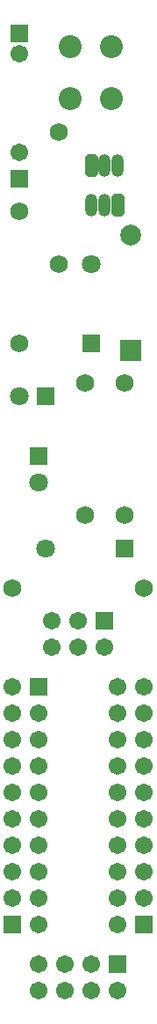
<source format=gbr>
G04 DipTrace 2.4.0.1*
%INBottomMask.gbr*%
%MOIN*%
%ADD18R,0.0709X0.0709*%
%ADD36C,0.068*%
%ADD38C,0.068*%
%ADD40O,0.0474X0.0867*%
%ADD42C,0.087*%
%ADD43C,0.071*%
%ADD44C,0.0789*%
%ADD46R,0.0789X0.0789*%
%ADD49C,0.0671*%
%ADD51R,0.0671X0.0671*%
%FSLAX44Y44*%
G04*
G70*
G90*
G75*
G01*
%LNBotMask*%
%LPD*%
D51*
X7290Y43426D3*
D49*
Y42639D3*
D43*
X10040Y34676D3*
D18*
Y31676D3*
D43*
X8290Y23926D3*
D18*
X11290D3*
D43*
X8040Y26426D3*
D18*
Y27426D3*
X8290Y29676D3*
D43*
X7290D3*
D46*
X11540Y31426D3*
D44*
Y35777D3*
D51*
X7290Y37926D3*
D49*
Y38926D3*
D51*
X10540Y21176D3*
D49*
Y20176D3*
X9540Y21176D3*
Y20176D3*
X8540Y21176D3*
Y20176D3*
D51*
X7040Y9676D3*
D49*
Y10676D3*
Y11676D3*
Y12676D3*
Y13676D3*
Y14676D3*
Y15676D3*
Y16676D3*
Y17676D3*
Y18676D3*
D51*
X12040Y9676D3*
D49*
Y10676D3*
Y11676D3*
Y12676D3*
Y13676D3*
Y14676D3*
Y15676D3*
Y16676D3*
Y17676D3*
Y18676D3*
D51*
X11040Y8176D3*
D49*
Y7176D3*
X10040Y8176D3*
Y7176D3*
X9040Y8176D3*
Y7176D3*
X8040Y8176D3*
Y7176D3*
D42*
X10787Y42930D3*
Y40962D3*
X9213D3*
X9210Y42926D3*
G36*
X9803Y38114D2*
X9925Y37993D1*
X10155D1*
X10277Y38114D1*
Y38738D1*
X10155Y38860D1*
X9925D1*
X9803Y38738D1*
Y38114D1*
G37*
D40*
X10540Y38426D3*
X11040D3*
G36*
X11277Y37238D2*
X11155Y37360D1*
X10925D1*
X10803Y37238D1*
Y36614D1*
X10925Y36493D1*
X11155D1*
X11277Y36614D1*
Y37238D1*
G37*
D40*
X10540Y36926D3*
X10040D3*
D38*
X7290Y36676D3*
D36*
Y31676D3*
D38*
X11290Y25176D3*
D36*
Y30176D3*
D38*
X9790D3*
D36*
Y25176D3*
D38*
X8790Y39676D3*
D36*
Y34676D3*
D38*
X7040Y22426D3*
D36*
X12040D3*
D51*
X8040Y18676D3*
D49*
Y17676D3*
Y16676D3*
Y15676D3*
Y14676D3*
Y13676D3*
Y12676D3*
Y11676D3*
Y10676D3*
Y9676D3*
X11040Y18676D3*
Y17676D3*
Y16676D3*
Y15676D3*
Y14676D3*
Y13676D3*
Y12676D3*
Y11676D3*
Y10676D3*
Y9676D3*
M02*

</source>
